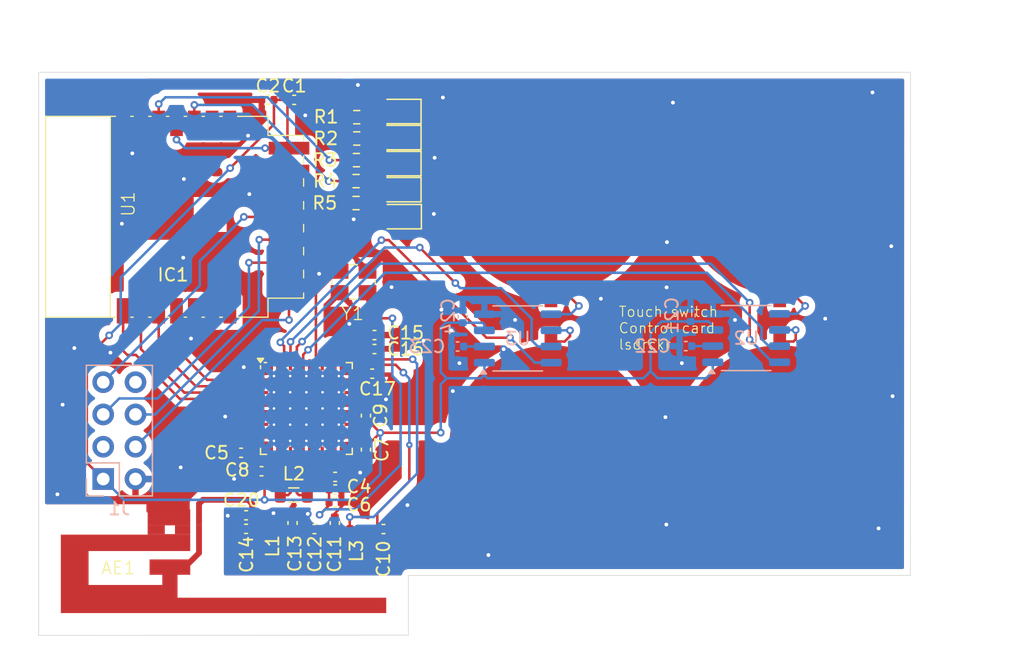
<source format=kicad_pcb>
(kicad_pcb (version 20240108) (generator "pcbnew") (generator_version "8.0")
  (layers (0 "F.Cu" signal) (31 "B.Cu" signal) (34 "B.Paste" user) (35 "F.Paste" user) (36 "B.SilkS" user "B.Silkscreen") (37 "F.SilkS" user "F.Silkscreen") (38 "B.Mask" user) (39 "F.Mask" user) (44 "Edge.Cuts" user))
  (net 0 "")
  (net 1 "VVD_F")
  (net 2 "GND")
  (net 3 "VVD1V2")
  (net 4 "VVD1V")
  (net 5 "3.3V")
  (net 6 "Net-(IC1-VANT)")
  (net 7 "ANT")
  (net 8 "Net-(C12-Pad2)")
  (net 9 "Reset")
  (net 10 "XC1")
  (net 11 "XC2")
  (net 19 "Net-(U2-VC)")
  (net 23 "Net-(U3-VC)")
  (net 24 "Net-(IC1-VDCDC)")
  (net 29 "OutSw2")
  (net 34 "OutSw3")
  (net 37 "Net-(IC1-VDCDC_SW)")
  (net 38 "CT2")
  (net 39 "CT3")
  (net 40 "CT1")
  (net 41 "CT4")
  (net 42 "OutLed2")
  (net 43 "In2")
  (net 45 "In1")
  (net 46 "In3")
  (net 47 "OutLed3")
  (net 48 "OutLed4")
  (net 50 "OutLed1")
  (net 52 "In4")
  (net 53 "Net STT")
  (net 59 "Net-(D1-A)")
  (net 60 "Net-(D2-A)")
  (net 61 "Net-(D3-A)")
  (net 62 "Net-(D4-A)")
  (net 63 "Net-(D5-A)")
  (net 64 "Net-(AE1-A)")
  (net 65 "OutSw4")
  (net 66 "OutSw1")
  (net 67 "Net-(J2-Pin_1)")
  (net 68 "Net-(J3-Pin_1)")
  (net 69 "Net-(J4-Pin_1)")
  (net 70 "Net-(J5-Pin_1)")
  (footprint "Capacitor_SMD:C_0402_1005Metric" (layer "F.Cu") (at 151.94 68.89)
    (property "Reference" "C16")
    (property "Value" "0,1u")
  )
  (footprint "Touch_Switch_Custom:BK7231N" (layer "F.Cu") (at 126.060823 66.38351 90)
    (property "Reference" "U1")
    (property "Value" "~")
  )
  (footprint "Capacitor_SMD:C_0402_1005Metric" (layer "F.Cu") (at 145.490823 82.57851 90)
    (property "Reference" "C13")
    (property "Value" "2p")
  )
  (footprint "Capacitor_SMD:C_0402_1005Metric" (layer "F.Cu") (at 151.265823 76.80351 -90)
    (property "Reference" "C7")
    (property "Value" "1u")
  )
  (footprint "LED_SMD:LED_0805_2012Metric" (layer "F.Cu") (at 153.941623 58.47531 180)
    (property "Reference" "D5" (hide yes))
    (property "Value" "LED")
  )
  (footprint "Capacitor_SMD:C_0402_1005Metric" (layer "F.Cu") (at 151.757323 70.82781)
    (property "Reference" "C17")
    (property "Value" "1u")
  )
  (footprint "Capacitor_SMD:C_0402_1005Metric" (layer "F.Cu") (at 147.215823 83.05351 180)
    (property "Reference" "C12")
    (property "Value" "220p")
  )
  (footprint "Inductor_SMD:L_0402_1005Metric" (layer "F.Cu") (at 143.915823 83.05351 180)
    (property "Reference" "L1")
    (property "Value" "3,3n")
  )
  (footprint "Capacitor_SMD:C_0402_1005Metric" (layer "F.Cu") (at 141.440823 77.05351 180)
    (property "Reference" "C5")
    (property "Value" "1u")
  )
  (footprint "Capacitor_SMD:C_0402_1005Metric" (layer "F.Cu") (at 152.640823 83.05351)
    (property "Reference" "C10")
    (property "Value" "18p")
  )
  (footprint "Package_DFN_QFN:QFN-48-1EP_7x7mm_P0.5mm_EP5.6x5.6mm_ThermalVias" (layer "F.Cu") (at 146.578323 73.56601)
    (property "Reference" "IC1")
    (property "Value" "TLSR8253F512ET48")
  )
  (footprint "Capacitor_SMD:C_0402_1005Metric" (layer "F.Cu") (at 141.835823 81.96991 180)
    (property "Reference" "C20")
    (property "Value" "0,5p")
  )
  (footprint "Touch_Switch_Custom:Touch Switch" (layer "F.Cu") (at 165.82 56.6)
    (property "Reference" "J4" (hide yes))
    (property "Value" "Conn_01x01_Pin")
  )
  (footprint "Resistor_SMD:R_0603_1608Metric" (layer "F.Cu") (at 150.490823 55.67631)
    (property "Reference" "R4")
    (property "Value" "R")
  )
  (footprint "Inductor_SMD:L_0805_2012Metric" (layer "F.Cu") (at 145.587723 80.37821 180)
    (property "Reference" "L2")
    (property "Value" "47u")
  )
  (footprint "Touch_Switch_Custom:Antenna" (layer "F.Cu") (at 138.340823 93.66351 180)
    (property "Reference" "AE1")
    (property "Value" "Antenna_Shield")
  )
  (footprint "Resistor_SMD:R_0603_1608Metric" (layer "F.Cu") (at 150.490823 57.40351)
    (property "Reference" "R5")
    (property "Value" "R")
  )
  (footprint "Capacitor_SMD:C_0402_1005Metric" (layer "F.Cu") (at 148.815823 82.57851 90)
    (property "Reference" "C11")
    (property "Value" "2,7p")
  )
  (footprint "LED_SMD:LED_0805_2012Metric" (layer "F.Cu") (at 153.916623 50.20031 180)
    (property "Reference" "D1" (hide yes))
    (property "Value" "LED")
  )
  (footprint "Touch_Switch_Custom:Touch Switch" (layer "F.Cu") (at 183.82 76.6 180)
    (property "Reference" "J3" (hide yes))
    (property "Value" "Conn_01x01_Pin")
  )
  (footprint "Touch_Switch_Custom:Crystal" (layer "F.Cu") (at 149.19 62.76)
    (property "Reference" "Y1")
    (property "Value" "Crystal_GND24")
  )
  (footprint "Capacitor_SMD:C_0402_1005Metric" (layer "F.Cu") (at 148.84 78.95)
    (property "Reference" "C3" (hide yes))
    (property "Value" "1u")
  )
  (footprint "Capacitor_SMD:C_0402_1005Metric" (layer "F.Cu") (at 151.265823 74.12851 90)
    (property "Reference" "C9")
    (property "Value" "1u")
  )
  (footprint "Resistor_SMD:R_0603_1608Metric" (layer "F.Cu") (at 150.541623 50.64711)
    (property "Reference" "R1")
    (property "Value" "R")
  )
  (footprint "LED_SMD:LED_0805_2012Metric" (layer "F.Cu") (at 153.916623 52.25031 180)
    (property "Reference" "D2" (hide yes))
    (property "Value" "LED")
  )
  (footprint "Touch_Switch_Custom:Touch Switch" (layer "F.Cu") (at 165.82 76.6 180)
    (property "Reference" "J5" (hide yes))
    (property "Value" "Conn_01x01_Pin")
  )
  (footprint "LED_SMD:LED_0805_2012Metric" (layer "F.Cu") (at 153.916623 54.30031 180)
    (property "Reference" "D3" (hide yes))
    (property "Value" "LED")
  )
  (footprint "Capacitor_SMD:C_0402_1005Metric" (layer "F.Cu") (at 141.835823 83.03711 180)
    (property "Reference" "C14")
    (property "Value" "1p")
  )
  (footprint "Capacitor_SMD:C_0402_1005Metric" (layer "F.Cu") (at 148.8426 80.9566)
    (property "Reference" "C6")
    (property "Value" "1u")
  )
  (footprint "Capacitor_SMD:C_0402_1005Metric" (layer "F.Cu") (at 148.8426 79.9406)
    (property "Reference" "C4")
    (property "Value" "0,1u")
  )
  (footprint "Capacitor_SMD:C_0402_1005Metric" (layer "F.Cu") (at 143.545823 49.28351 180)
    (property "Reference" "C2")
    (property "Value" "0,1u")
  )
  (footprint "Resistor_SMD:R_0603_1608Metric" (layer "F.Cu") (at 150.516223 54.02531)
    (property "Reference" "R3")
    (property "Value" "R")
  )
  (footprint "Touch_Switch_Custom:Touch Switch" (layer "F.Cu") (at 183.82 56.6)
    (property "Reference" "J2" (hide yes))
    (property "Value" "Conn_01x01_Pin")
  )
  (footprint "Capacitor_SMD:C_0402_1005Metric" (layer "F.Cu") (at 145.620823 49.28351)
    (property "Reference" "C1")
    (property "Value" "10u")
  )
  (footprint "Inductor_SMD:L_0402_1005Metric" (layer "F.Cu") (at 150.490823 83.05351 180)
    (property "Reference" "L3")
    (property "Value" "1,3n")
  )
  (footprint "Capacitor_SMD:C_0402_1005Metric" (layer "F.Cu") (at 151.94 67.79)
    (property "Reference" "C15")
    (property "Value" "2,2u")
  )
  (footprint "Capacitor_SMD:C_0402_1005Metric" (layer "F.Cu") (at 143.050823 78.50351 180)
    (property "Reference" "C8")
    (property "Value" "1u")
  )
  (footprint "LED_SMD:LED_0805_2012Metric" (layer "F.Cu") (at 153.916623 56.35031 180)
    (property "Reference" "D4" (hide yes))
    (property "Value" "LED")
  )
  (footprint "Resistor_SMD:R_0603_1608Metric" (layer "F.Cu") (at 150.541623 52.32351)
    (property "Reference" "R2")
    (property "Value" "R")
  )
  (footprint "Package_SO:SOP-8_3.9x4.9mm_P1.27mm" (layer "B.Cu") (at 181.18 68.025)
    (property "Reference" "U2")
    (property "Value" "~")
  )
  (footprint "Package_SO:SOP-8_3.9x4.9mm_P1.27mm" (layer "B.Cu") (at 163.21 68.055)
    (property "Reference" "U3")
    (property "Value" "~")
  )
  (footprint "Capacitor_SMD:C_0402_1005Metric" (layer "B.Cu") (at 176.425 68.66 180)
    (property "Reference" "C22")
    (property "Value" "0,01u")
  )
  (footprint "Capacitor_SMD:C_0402_1005Metric" (layer "B.Cu") (at 158.88 66.34 90)
    (property "Reference" "C24")
    (property "Value" "0,1u")
  )
  (footprint "Connector_PinHeader_2.54mm:PinHeader_2x04_P2.54mm_Vertical" (layer "B.Cu") (at 130.593406 79.117611)
    (property "Reference" "J1")
    (property "Value" "Conn_02x04_Counter_Clockwise" (hide yes))
  )
  (footprint "Capacitor_SMD:C_0402_1005Metric" (layer "B.Cu") (at 176.81 66.24 90)
    (property "Reference" "C21")
    (property "Value" "0,1u")
  )
  (footprint "Capacitor_SMD:C_0402_1005Metric" (layer "B.Cu") (at 158.475 68.69 180)
    (property "Reference" "C23")
    (property "Value" "0,01u")
  )
  (gr_poly (pts (xy 137.440823 82.27351) (xy 134.090823 82.27351) (xy 134.090823 81.50351) (xy 137.440823 81.50351)) (fill solid) (layer "F.Cu") (net 2))
  (gr_poly (pts (xy 125.515823 47.11351) (xy 125.515823 91.41851) (xy 154.6 91.4) (xy 154.6 86.7) (xy 194.1 86.7) (xy 194.110823 47.11351)) (stroke (width 0.05)) (fill none) (layer "Edge.Cuts"))
  (gr_text "Touch switch\nControl card\nlsdrckr" (at 171.1 69 0) (layer "F.SilkS") (effects (font (size 0.8 0.8) (thickness 0.08)) (justify left bottom)))
  (segment (start 146.828323 78.01601) (end 146.828323 77.00351) (width 0.2) (layer "F.Cu") (net 1))
  (segment (start 148.36 78.95) (end 147.762313 78.95) (width 0.2) (layer "F.Cu") (net 1))
  (segment (start 147.762313 78.95) (end 146.828323 78.01601) (width 0.2) (layer "F.Cu") (net 1))
  (segment (start 148.815823 82.09851) (end 148.815823 81.82851) (width 0.2) (layer "F.Cu") (net 2))
  (segment (start 145.210823 54.88351) (end 144.410823 54.88351) (width 0.2) (layer "F.Cu") (net 2))
  (segment (start 148.815823 81.82851) (end 149.400823 81.24351) (width 0.2) (layer "F.Cu") (net 2))
  (segment (start 149.010823 64.78531) (end 149.397623 64.78531) (width 0.2) (layer "F.Cu") (net 2))
  (segment (start 145.303323 71.01601) (end 146.578323 71.01601) (width 0.2) (layer "F.Cu") (net 2))
  (segment (start 146.578323 73.56601) (end 144.028323 73.56601) (width 0.2) (layer "F.Cu") (net 2))
  (segment (start 144.328323 77.00351) (end 144.328323 76.41601) (width 0.2) (layer "F.Cu") (net 2))
  (segment (start 143.24 76.31601) (end 143.29 76.26601) (width 0.2) (layer "F.Cu") (net 2))
  (segment (start 143.878323 76.26601) (end 146.578323 73.56601) (width 0.2) (layer "F.Cu") (net 2))
  (segment (start 144.410823 54.88351) (end 142.690823 56.60351) (width 0.2) (layer "F.Cu") (net 2))
  (segment (start 143.29 76.26601) (end 143.878323 76.26601) (width 0.2) (layer "F.Cu") (net 2))
  (segment (start 143.878323 76.26601) (end 144.028323 76.11601) (width 0.2) (layer "F.Cu") (net 2))
  (segment (start 143.140823 76.31601) (end 143.24 76.31601) (width 0.2) (layer "F.Cu") (net 2))
  (segment (start 147.853323 71.01601) (end 149.128323 71.01601) (width 0.2) (layer "F.Cu") (net 2))
  (segment (start 135.765823 82.51351) (end 135.780823 82.51351) (width 0.2) (layer "F.Cu") (net 2))
  (segment (start 144.328323 76.41601) (end 144.028323 76.11601) (width 0.2) (layer "F.Cu") (net 2))
  (segment (start 144.028323 71.01601) (end 145.303323 71.01601) (width 0.2) (layer "F.Cu") (net 2))
  (segment (start 146.578323 71.01601) (end 147.853323 71.01601) (width 0.2) (layer "F.Cu") (net 2))
  (segment (start 135.765823 82.51351) (end 135.765823 82.50851) (width 0.2) (layer "F.Cu") (net 2))
  (segment (start 144.328323 77.00351) (end 144.328323 75.81601) (width 0.2) (layer "F.Cu") (net 2))
  (segment (start 144.328323 75.81601) (end 146.578323 73.56601) (width 0.2) (layer "F.Cu") (net 2))
  (segment (start 151.265823 77.28351) (end 151.265823 77.354177) (width 0.2) (layer "F.Cu") (net 2))
  (via (at 146.490823 50.50351) (size 0.6) (drill 0.3) (layers "F.Cu" "B.Cu") (net 2))
  (via (at 156.61 58.26) (size 0.6) (drill 0.3) (layers "F.Cu" "B.Cu") (net 2))
  (via (at 141.990823 52.10351) (size 0.6) (drill 0.3) (layers "F.Cu" "B.Cu") (net 2))
  (via (at 163 66.6) (size 0.6) (drill 0.3) (layers "F.Cu" "B.Cu") (net 2))
  (via (at 150.630823 48.11351) (size 0.6) (drill 0.3) (layers "F.Cu" "B.Cu") (net 2))
  (via (at 192.7 72.6) (size 0.6) (drill 0.3) (layers "F.Cu" "B.Cu") (net 2))
  (via (at 140.890823 79.10351) (size 0.6) (drill 0.3) (layers "F.Cu" "B.Cu") (net 2))
  (via (at 141.650823 70.31351) (size 0.6) (drill 0.3) (layers "F.Cu" "B.Cu") (net 2))
  (via (at 128.320823 68.81351) (size 0.6) (drill 0.3) (layers "F.Cu" "B.Cu") (net 2))
  (via (at 154.53 81.17) (size 0.6) (drill 0.3) (layers "F.Cu" "B.Cu") (net 2))
  (via (at 187.4 66.5) (size 0.6) (drill 0.3) (layers "F.Cu" "B.Cu") (net 2))
  (via (at 192.6 60.8) (size 0.6) (drill 0.3) (layers "F.Cu" "B.Cu") (net 2))
  (via (at 174.95 60.48) (size 0.6) (drill 0.3) (layers "F.Cu" "B.Cu") (net 2))
  (via (at 136.940823 55.51351) (size 0.6) (drill 0.3) (layers "F.Cu" "B.Cu") (net 2))
  (via (at 146.69 81.86) (size 0.6) (drill 0.3) (layers "F.Cu" "B.Cu") (net 2))
  (via (at 158.1 72.2) (size 0.6) (drill 0.3) (layers "F.Cu" "B.Cu") (net 2))
  (via (at 143.990823 81.80351) (size 0.6) (drill 0.3) (layers "F.Cu" "B.Cu") (net 2))
  (via (at 157.99 67.43) (size 0.6) (drill 0.3) (layers "F.Cu" "B.Cu") (net 2))
  (via (at 140.390823 82.00351) (size 0.6) (drill 0.3) (layers "F.Cu" "B.Cu") (net 2))
  (via (at 180.3 66.6) (size 0.6) (drill 0.3) (layers "F.Cu" "B.Cu") (net 2))
  (via (at 191.6 83) (size 0.6) (drill 0.3) (layers "F.Cu" "B.Cu") (net 2))
  (via (at 174.83 74.25) (size 0.6) (drill 0.3) (layers "F.Cu" "B.Cu") (net 2))
  (via (at 152.84 72.85) (size 0.6) (drill 0.3) (layers "F.Cu" "B.Cu") (net 2))
  (via (at 174.92 64.04) (size 0.6) (drill 0.3) (layers "F.Cu" "B.Cu") (net 2))
  (via (at 142.090823 56.70351) (size 0.6) (drill 0.3) (layers "F.Cu" "B.Cu") (net 2))
  (via (at 157.32 49.1) (size 0.6) (drill 0.3) (layers "F.Cu" "B.Cu") (net 2))
  (via (at 157.2 65.8) (size 0.6) (drill 0.3) (layers "F.Cu" "B.Cu") (net 2))
  (via (at 153.28 64.02) (size 0.6) (drill 0.3) (layers "F.Cu" "B.Cu") (net 2))
  (via (at 132.880823 53.49351) (size 0.6) (drill 0.3) (layers "F.Cu" "B.Cu") (net 2))
  (via (at 126.99 80.32) (size 0.6) (drill 0.3) (layers "F.Cu" "B.Cu") (net 2))
  (via (at 174.9 82.7) (size 0.6) (drill 0.3) (layers "F.Cu" "B.Cu") (net 2))
  (via (at 136.690823 78.20351) (size 0.6) (drill 0.3) (layers "F.Cu" "B.Cu") (net 2))
  (via (at 176.12 70) (size 0.6) (drill 0.3) (layers "F.Cu" "B.Cu") (net 2))
  (via (at 162.1 68.9) (size 0.6) (drill 0.3) (layers "F.Cu" "B.Cu") (net 2))
  (via (at 150.81 78.61) (size 0.6) (drill 0.3) (layers "F.Cu" "B.Cu") (net 2))
  (via (at 158.62 70) (size 0.6) (drill 0.3) (layers "F.Cu" "B.Cu") (net 2))
  (via (at 150.3 58.68) (size 0.6) (drill 0.3) (layers "F.Cu" "B.Cu") (net 2))
  (via (at 132.060823 59.03351) (size 0.6) (drill 0.3) (layers "F.Cu" "B.Cu") (net 2))
  (via (at 155.79 68.23) (size 0.6) (drill 0.3) (layers "F.Cu" "B.Cu") (net 2))
  (via (at 137.500823 68.06351) (size 0.6) (drill 0.3) (layers "F.Cu" "B.Cu") (net 2))
  (via (at 131.160823 69.17351) (size 0.6) (drill 0.3) (layers "F.Cu" "B.Cu") (net 2))
  (via (at 191.12 48.7) (size 0.6) (drill 0.3) (layers "F.Cu" "B.Cu") (net 2))
  (via (at 169.75 64.93) (size 0.6) (drill 0.3) (layers "F.Cu" "B.Cu") (net 2))
  (via (at 147.58 62.97) (size 0.6) (drill 0.3) (layers "F.Cu" "B.Cu") (net 2))
  (via (at 149.96 66.91) (size 0.6) (drill 0.3) (layers "F.Cu" "B.Cu") (net 2))
  (via (at 136.890823 61.70351) (size 0.6) (drill 0.3) (layers "F.Cu" "B.Cu") (net 2))
  (via (at 127.4 73.27) (size 0.6) (drill 0.3) (layers "F.Cu" "B.Cu") (net 2))
  (via (at 156.67 53.84) (size 0.6) (drill 0.3) (layers "F.Cu" "B.Cu") (net 2))
  (via (at 140.190823 74.20351) (size 0.6) (drill 0.3) (layers "F.Cu" "B.Cu") (net 2))
  (via (at 160.9 85.1) (size 0.6) (drill 0.3) (layers "F.Cu" "B.Cu") (net 2))
  (via (at 175.42 49.5) (size 0.6) (drill 0.3) (layers "F.Cu" "B.Cu") (net 2))
  (segment (start 145.303323 72.29101) (end 144.028323 72.29101) (width 0.2) (layer "B.Cu") (net 2))
  (segment (start 144.028323 73.56601) (end 145.303323 73.56601) (width 0.2) (layer "B.Cu") (net 2))
  (segment (start 147.853323 76.11601) (end 146.578323 76.11601) (width 0.2) (layer "B.Cu") (net 2))
  (segment (start 149.128323 71.01601) (end 149.128323 72.29101) (width 0.2) (layer "B.Cu") (net 2))
  (segment (start 147.853323 74.84101) (end 146.578323 74.84101) (width 0.2) (layer "B.Cu") (net 2))
  (segment (start 146.578323 73.56601) (end 146.578323 72.29101) (width 0.2) (layer "B.Cu") (net 2))
  (segment (start 147.853323 73.56601) (end 147.853323 74.84101) (width 0.2) (layer "B.Cu") (net 2))
  (segment (start 145.303323 74.84101) (end 145.303323 76.11601) (width 0.2) (layer "B.Cu") (net 2))
  (segment (start 146.578323 72.29101) (end 145.303323 72.29101) (width 0.2) (layer "B.Cu") (net 2))
  (segment (start 146.578323 74.84101) (end 146.578323 76.11601) (width 0.2) (layer "B.Cu") (net 2))
  (segment (start 144.028323 72.29101) (end 144.028323 71.01601) (width 0.2) (layer "B.Cu") (net 2))
  (segment (start 149.128323 76.11601) (end 147.853323 76.11601) (width 0.2) (layer "B.Cu") (net 2))
  (segment (start 144.028323 74.84101) (end 144.028323 73.56601) (width 0.2) (layer "B.Cu") (net 2))
  (segment (start 145.303323 71.01601) (end 145.303323 72.29101) (width 0.2) (layer "B.Cu") (net 2))
  (segment (start 147.853323 73.56601) (end 149.128323 73.56601) (width 0.2) (layer "B.Cu") (net 2))
  (segment (start 146.578323 76.11601) (end 145.303323 76.11601) (width 0.2) (layer "B.Cu") (net 2))
  (segment (start 147.853323 71.01601) (end 147.853323 72.29101) (width 0.2) (layer "B.Cu") (net 2))
  (segment (start 149.128323 72.29101) (end 147.853323 72.29101) (width 0.2) (layer "B.Cu") (net 2))
  (segment (start 149.128323 74.84101) (end 149.128323 76.11601) (width 0.2) (layer "B.Cu") (net 2))
  (segment (start 147.853323 72.29101) (end 146.578323 72.29101) (width 0.2) (layer "B.Cu") (net 2))
  (segment (start 144.028323 76.11601) (end 144.028323 74.84101) (width 0.2) (layer "B.Cu") (net 2))
  (segment (start 145.303323 74.84101) (end 144.028323 74.84101) (width 0.2) (layer "B.Cu") (net 2))
  (segment (start 146.578323 72.29101) (end 146.578323 71.01601) (width 0.2) (layer "B.Cu") (net 2))
  (segment (start 145.303323 73.56601) (end 146.578323 73.56601) (width 0.2) (layer "B.Cu") (net 2))
  (segment (start 147.853323 72.29101) (end 147.853323 73.56601) (width 0.2) (layer "B.Cu") (net 2))
  (segment (start 146.578323 73.56601) (end 147.853323 73.56601) (width 0.2) (layer "B.Cu") (net 2))
  (segment (start 145.303323 73.56601) (end 145.303323 74.84101) (width 0.2) (layer "B.Cu") (net 2))
  (segment (start 146.578323 73.56601) (end 146.578323 74.84101) (width 0.2) (layer "B.Cu") (net 2))
  (segment (start 149.128323 74.84101) (end 147.853323 74.84101) (width 0.2) (layer "B.Cu") (net 2))
  (segment (start 145.303323 72.29101) (end 145.303323 73.56601) (width 0.2) (layer "B.Cu") (net 2))
  (segment (start 147.853323 74.84101) (end 147.853323 76.11601) (width 0.2) (layer "B.Cu") (net 2))
  (segment (start 146.578323 74.84101) (end 145.303323 74.84101) (width 0.2) (layer "B.Cu") (net 2))
  (segment (start 149.128323 73.56601) (end 149.128323 74.84101) (width 0.2) (layer "B.Cu") (net 2))
  (segment (start 145.303323 76.11601) (end 144.028323 76.11601) (width 0.2) (layer "B.Cu") (net 2))
  (segment (start 149.128323 72.29101) (end 149.128323 73.56601) (width 0.2) (layer "B.Cu") (net 2))
  (segment (start 144.028323 73.56601) (end 144.028323 72.29101) (width 0.2) (layer "B.Cu") (net 2))
  (segment (start 148.3626 81.1874) (end 148.3626 80.9566) (width 0.2) (layer "F.Cu") (net 3))
  (segment (start 148.3626 79.9406) (end 147.9006 79.9406) (width 0.2) (layer "F.Cu") (net 3))
  (segment (start 152.18 66.47) (end 151.46 67.19) (width 0.2) (layer "F.Cu") (net 3))
  (segment (start 147.9006 79.9406) (end 146.328323 78.368323) (width 0.2) (layer "F.Cu") (net 3))
  (segment (start 147.62 81.93) (end 148.3626 81.1874) (width 0.2) (layer "F.Cu") (net 3))
  (segment (start 146.328323 78.368323) (end 146.328323 77.00351) (width 0.2) (layer "F.Cu") (net 3))
  (segment (start 148.629333 68.89) (end 148.328323 69.19101) (width 0.2) (layer "F.Cu") (net 3))
  (segment (start 148.3626 80.9566) (end 148.3626 79.9406) (width 0.2) (layer "F.Cu") (net 3))
  (segment (start 148.328323 69.19101) (end 148.328323 70.12851) (width 0.2) (layer "F.Cu") (net 3))
  (segment (start 153.35 66.47) (end 152.18 66.47) (width 0.2) (layer "F.Cu") (net 3))
  (segment (start 151.46 68.89) (end 148.629333 68.89) (width 0.2) (layer "F.Cu") (net 3))
  (segment (start 151.46 67.79) (end 151.46 68.89) (width 0.2) (layer "F.Cu") (net 3))
  (segment (start 151.46 67.19) (end 151.46 67.79) (width 0.2) (layer "F.Cu") (net 3))
  (via (at 147.62 81.93) (size 0.6) (drill 0.3) (layers "F.Cu" "B.Cu") (net 3))
  (via (at 153.35 66.47) (size 0.6) (drill 0.3) (layers "F.Cu" "B.Cu") (net 3))
  (segment (start 153.99 78) (end 150.49 81.5) (width 0.2) (layer "B.Cu") (net 3))
  (segment (start 148.05 81.5) (end 147.62 81.93) (width 0.2) (layer "B.Cu") (net 3))
  (segment (start 153.34 71.002687) (end 153.99 71.652687) (width 0.2) (layer "B.Cu") (net 3))
  (segment (start 150.49 81.5) (end 148.05 81.5) (width 0.2) (layer "B.Cu") (net 3))
  (segment (start 153.99 71.652687) (end 153.99 78) (width 0.2) (layer "B.Cu") (net 3))
  (segment (start 153.35 66.47) (end 153.34 66.48) (width 0.2) (layer "B.Cu") (net 3))
  (segment (start 153.34 66.48) (end 153.34 71.002687) (width 0.2) (layer "B.Cu") (net 3))
  (segment (start 141.952223 77.02211) (end 143.809723 77.02211) (width 0.2) (layer "F.Cu") (net 4))
  (segment (start 141.920823 77.05351) (end 141.952223 77.02211) (width 0.2) (layer "F.Cu") (net 4))
  (segment (start 145.210823 53.08351) (end 145.090823 52.96351) (width 0.2) (layer "F.Cu") (net 5))
  (segment (start 145.090823 52.96351) (end 145.090823 49.33351) (width 0.2) (layer "F.Cu") (net 5))
  (segment (start 129.300823 69.57351) (end 129.300823 77.825028) (width 0.2) (layer "F.Cu") (net 5))
  (segment (start 143.530823 78.50351) (end 144.590823 78.50351) (width 0.2) (layer "F.Cu") (net 5))
  (segment (start 151.520823 74.60851) (end 151.265823 74.60851) (width 0.2) (layer "F.Cu") (net 5))
  (segment (start 145.210823 53.08351) (end 143.330823 53.08351) (width 0.2) (layer "F.Cu") (net 5))
  (segment (start 151.128323 75.81601) (end 150.015823 75.81601) (width 0.2) (layer "F.Cu") (net 5))
  (segment (start 145.090823 49.33351) (end 145.140823 49.28351) (width 0.2) (layer "F.Cu") (net 5))
  (segment (start 143.290823 80.75351) (end 143.290823 79.87851) (width 0.2) (layer "F.Cu") (net 5))
  (segment (start 144.590823 78.50351) (end 144.828323 78.26601) (width 0.2) (layer "F.Cu") (net 5))
  (segment (start 151.265823 74.60851) (end 151.265823 75.12851) (width 0.2) (layer "F.Cu") (net 5))
  (segment (start 131.060823 67.81351) (end 129.300823 69.57351) (width 0.2) (layer "F.Cu") (net 5))
  (segment (start 157.14149 75.47851) (end 152.390823 75.47851) (width 0.2) (layer "F.Cu") (net 5))
  (segment (start 151.545823 76.32351) (end 151.265823 76.32351) (width 0.2) (layer "F.Cu") (net 5))
  (segment (start 145.140823 49.28351) (end 144.025823 49.28351) (width 0.2) (layer "F.Cu") (net 5))
  (segment (start 144.025823 51.20851) (end 144.025823 49.28351) (width 0.2) (layer "F.Cu") (net 5))
  (segment (start 129.300823 77.825028) (end 130.593406 79.117611) (width 0.2) (layer "F.Cu") (net 5))
  (segment (start 152.390823 75.47851) (end 151.520823 74.60851) (width 0.2) (layer "F.Cu") (net 5))
  (segment (start 151.265823 75.12851) (end 151.078323 75.31601) (width 0.2) (layer "F.Cu") (net 5))
  (segment (start 157.15 75.47) (end 157.14149 75.47851) (width 0.2) (layer "F.Cu") (net 5))
  (segment (start 152.390823 75.47851) (end 151.545823 76.32351) (width 0.2) (layer "F.Cu") (net 5))
  (segment (start 144.828323 78.26601) (end 144.828323 77.00351) (width 0.2) (layer "F.Cu") (net 5))
  (segment (start 136.360823 52.41351) (end 136.360823 51.13351) (width 0.2) (layer "F.Cu") (net 5))
  (segment (start 151.265823 76.32351) (end 151.265823 75.95351) (width 0.2) (layer "F.Cu") (net 5))
  (segment (start 151.078323 75.31601) (end 150.015823 75.31601) (width 0.2) (layer "F.Cu") (net 5))
  (segment (start 140.580823 54.65351) (end 144.025823 51.20851) (width 0.2) (layer "F.Cu") (net 5))
  (segment (start 143.530823 79.63851) (end 143.530823 78.50351) (width 0.2) (layer "F.Cu") (net 5))
  (segment (start 151.265823 75.95351) (end 151.128323 75.81601) (width 0.2) (layer "F.Cu") (net 5))
  (segment (start 143.290823 79.87851) (end 143.530823 79.63851) (width 0.2) (layer "F.Cu") (net 5))
  (via (at 143.330823 53.08351) (size 0.6) (drill 0.3) (layers "F.Cu" "B.Cu") (net 5))
  (via (at 143.290823 80.75351) (size 0.6) (drill 0.3) (layers "F.Cu" "B.Cu") (net 5))
  (via (at 136.360823 52.41351) (size 0.6) (drill 0.3) (layers "F.Cu" "B.Cu") (net 5))
  (via (at 157.15 75.47) (size 0.6) (drill 0.3) (layers "F.Cu" "B.Cu") (net 5))
  (via (at 131.060823 67.81351) (size 0.6) (drill 0.3) (layers "F.Cu" "B.Cu") (net 5))
  (via (at 152.390823 75.47851) (size 0.6) (drill 0.3) (layers "F.Cu" "B.Cu") (net 5))
  (via (at 140.580823 54.65351) (size 0.6) (drill 0.3) (layers "F.Cu" "B.Cu") (net 5))
  (segment (start 158.88 66.82) (end 160.44 66.82) (width 0.2) (layer "B.Cu") (net 5))
  (segment (start 157.15 70.719332) (end 157.620668 71.19) (width 0.2) (layer "B.Cu") (net 5))
  (segment (start 157.620668 71.19) (end 160.32 71.19) (width 0.2) (layer "B.Cu") (net 5))
  (segment (start 158.88 66.82) (end 157.53 66.82) (width 0.2) (layer "B.Cu") (net 5))
  (segment (start 140.580823 54.65351) (end 131.970823 63.26351) (width 0.2) (layer "B.Cu") (net 5))
  (segment (start 143.265823 80.75351) (end 143.290823 80.75351) (width 0.2) (layer "B.Cu") (net 5))
  (segment (start 173.66 70.63) (end 173.66 67.58) (width 0.2) (layer "B.Cu") (net 5))
  (segment (start 174.22 71.19) (end 178.03 71.19) (width 0.2) (layer "B.Cu") (net 5))
  (segment (start 178.03 71.19) (end 178.555 70.665) (width 0.2) (layer "B.Cu") (net 5))
  (segment (start 173.66 67.58) (end 174.52 66.72) (width 0.2) (layer "B.Cu") (net 5))
  (segment (start 143.265823 80.75351) (end 132.229305 80.75351) (width 0.2) (layer "B.Cu") (net 5))
  (segment (start 137.030823 53.08351) (end 136.360823 52.41351) (width 0.2) (layer "B.Cu") (net 5))
  (segment (start 160.585 69.96) (end 160.585 70.925) (width 0.2) (layer "B.Cu") (net 5))
  (segment (start 131.970823 66.90351) (end 131.060823 67.81351) (width 0.2) (layer "B.Cu") (net 5))
  (segment (start 157.15 67.2) (end 157.15 69.57) (width 0.2) (layer "B.Cu") (net 5))
  (segment (start 152.390823 78.739177) (end 150.37649 80.75351) (width 0.2) (layer "B.Cu") (net 5))
  (segment (start 173.66 70.63) (end 173.1 71.19) (width 0.2) (layer "B.Cu") (net 5))
  (segment (start 131.970823 63.26351) (end 131.970823 66.90351) (width 0.2) (layer "B.Cu") (net 5))
  (segment (start 160.585 70.955) (end 160.585 70.925) (width 0.2) (layer "B.Cu") (net 5))
  (segment (start 173.66 70.63) (end 174.22 71.19) (width 0.2) (layer "B.Cu") (net 5))
  (segment (start 150.37649 80.75351) (end 143.265823 80.75351) (width 0.2) (layer "B.Cu") (net 5))
  (segment (start 178.555 70.665) (end 178.555 69.93) (width 0.2) (layer "B.Cu") (net 5))
  (segment (start 157.53 66.82) (end 157.15 67.2) (width 0.2) (layer "B.Cu") (net 5))
  (segment (start 178.21 66.72) (end 176.81 66.72) (width 0.2) (layer "B.Cu") (net 5))
  (segment (start 143.330823 53.08351) (end 137.030823 53.08351) (width 0.2) (layer "B.Cu") (net 5))
  (segment (start 160.82 71.19) (end 160.585 70.955) (width 0.2) (layer "B.Cu") (net 5))
  (segment (start 173.1 71.19) (end 160.82 71.19) (width 0.2) (layer "B.Cu") (net 5))
  (segment (start 157.15 75.47) (end 157.15 71.660668) (width 0.2) (layer "B.Cu") (net 5))
  (segment (start 160.44 66.82) (end 160.585 66.965) (width 0.2) (layer "B.Cu") (net 5))
  (segment (start 178.555 67.39) (end 178.555 67.065) (width 0.2) (layer "B.Cu") (net 5))
  (segment (start 157.15 70.719332) (end 157.15 69.57) (width 0.2) (layer "B.Cu") (net 5))
  (segment (start 160.585 66.965) (end 160.585 67.42) (width 0.2) (layer "B.Cu") (net 5))
  (segment (start 174.52 66.72) (end 176.81 66.72) (width 0.2) (layer "B.Cu") (net 5))
  (segment (start 152.390823 75.47851) (end 152.390823 78.739177) (width 0.2) (layer "B.Cu") (net 5))
  (segment (start 178.555 67.065) (end 178.21 66.72) (width 0.2) (layer "B.Cu") (net 5))
  (segment (start 132.229305 80.75351) (end 130.593406 79.117611) (width 0.2) (layer "B.Cu") (net 5))
  (segment (start 157.15 71.660668) (end 157.620668 71.19) (width 0.2) (layer "B.Cu") (net 5))
  (segment (start 160.585 70.925) (end 160.32 71.19) (width 0.2) (layer "B.Cu") (net 5))
  (segment (start 149.328323 70.12851) (end 153.59851 70.12851) (width 0.2) (layer "F.Cu") (net 6))
  (segment (start 154.68 79.294333) (end 154.68 76.43) (width 0.2) (layer "F.Cu") (net 6))
  (segment (start 153.59851 70.12851) (end 154.21 70.74) (width 0.2) (layer "F.Cu") (net 6))
  (segment (start 152.160823 83.05351) (end 150.975823 83.05351) (width 0.2) (layer "F.Cu") (net 6))
  (segment (start 152.160823 81.81351) (end 154.68 79.294333) (width 0.2) (layer "F.Cu") (net 6))
  (segment (start 152.160823 83.05351) (end 152.160823 81.81351) (width 0.2) (layer "F.Cu") (net 6))
  (via (at 154.68 76.43) (size 0.5) (drill 0.2) (layers "F.Cu" "B.Cu") (net 6))
  (via (at 154.21 70.74) (size 0.6) (drill 0.3) (layers "F.Cu" "B.Cu") (net 6))
  (segment (start 154.68 71.21) (end 154.21 70.74) (width 0.2) (layer "B.Cu") (net 6))
  (segment (start 154.68 76.43) (end 154.68 71.21) (width 0.2) (layer "B.Cu") (net 6))
  (segment (start 149.990823 83.03851) (end 150.005823 83.05351) (width 0.2) (layer "F.Cu") (net 7))
  (segment (start 149.08631 69.30351) (end 148.828323 69.561497) (width 0.2) (layer "F.Cu") (net 7))
  (segment (start 154.930382 69.70351) (end 150.090823 69.70351) (width 0.2) (layer "F.Cu") (net 7))
  (segment (start 148.820823 83.05351) (end 148.815823 83.05851) (width 0.2) (layer "F.Cu") (net 7))
  (segment (start 147.700823 83.05851) (end 147.695823 83.05351) (width 0.2) (layer "F.Cu") (net 7))
  (segment (start 148.828323 69.561497) (end 148.828323 70.12851) (width 0.2) (layer "F.Cu") (net 7))
  (segment (start 149.990823 82.10351) (end 149.990823 83.03851) (width 0.2) (layer "F.Cu") (net 7))
  (segment (start 150.005823 83.05351) (end 148.820823 83.05351) (width 0.2) (layer "F.Cu") (net 7))
  (segment (start 148.815823 83.05851) (end 147.700823 83.05851) (width 0.2) (layer "F.Cu") (net 7))
  (segment (start 149.690823 69.30351) (end 149.08631 69.30351) (width 0.2) (layer "F.Cu") (net 7))
  (segment (start 150.090823 69.70351) (end 149.690823 69.30351) (width 0.2) (layer "F.Cu") (net 7))
  (segment (start 154.939744 69.694148) (end 154.930382 69.70351) (width 0.2) (layer "F.Cu") (net 7))
  (via (at 149.990823 82.10351) (size 0.6) (drill 0.3) (layers "F.Cu" "B.Cu") (net 7))
  (via (at 154.939744 69.694148) (size 0.6) (drill 0.3) (layers "F.Cu" "B.Cu") (net 7))
  (segment (start 151.870823 82.10351) (end 149.990823 82.10351) (width 0.2) (layer "B.Cu") (net 7))
  (segment (start 155.290823 70.045227) (end 155.290823 78.68351) (width 0.2) (layer "B.Cu") (net 7))
  (segment (start 154.939744 69.694148) (end 155.290823 70.045227) (width 0.2) (layer "B.Cu") (net 7))
  (segment (start 155.290823 78.68351) (end 151.870823 82.10351) (width 0.2) (layer "B.Cu") (net 7))
  (segment (start 146.735823 83.05351) (end 145.495823 83.05351) (width 0.46) (layer "F.Cu") (net 8))
  (segment (start 145.495823 83.05351) (end 145.490823 83.05851) (width 0.46) (layer "F.Cu") (net 8))
  (segment (start 144.405823 83.05851) (end 144.400823 83.05351) (width 0.46) (layer "F.Cu") (net 8))
  (segment (start 145.490823 83.05851) (end 144.405823 83.05851) (width 0.46) (layer "F.Cu") (net 8))
  (segment (start 151.277323 70.82781) (end 150.027623 70.82781) (width 0.2) (layer "F.Cu") (net 9))
  (segment (start 149.67149 68.47851) (end 148.475137 68.47851) (width 0.2) (layer "F.Cu") (net 10))
  (segment (start 151.06 67.09) (end 149.67149 68.47851) (width 0.2) (layer "F.Cu") (net 10))
  (segment (start 151.39 64.46) (end 151.39 66.694314) (width 0.2) (layer "F.Cu") (net 10))
  (segment (start 147.828323 69.125324) (end 147.828323 70.12851) (width 0.2) (layer "F.Cu") (net 10))
  (segment (start 151.06 67.024314) (end 151.06 67.09) (width 0.2) (layer "F.Cu") (net 10))
  (segment (start 151.39 66.694314) (end 151.06 67.024314) (width 0.2) (layer "F.Cu") (net 10))
  (segment (start 148.475137 68.47851) (end 147.828323 69.125324) (width 0.2) (layer "F.Cu") (net 10))
  (segment (start 149.09 62.76) (end 147.328323 64.521677) (width 0.2) (layer "F.Cu") (net 11))
  (segment (start 147.328323 64.521677) (end 147.328323 70.12851) (width 0.2) (layer "F.Cu") (net 11))
  (segment (start 149.19 62.76) (end 149.09 62.76) (width 0.2) (layer "F.Cu") (net 11))
  (segment (start 178.555 68.66) (end 176.905 68.66) (width 0.2) (layer "B.Cu") (net 19))
  (segment (start 158.955 68.69) (end 160.585 68.69) (width 0.2) (layer "B.Cu") (net 23))
  (segment (start 145.990523 80.37821) (end 145.828323 80.21601) (width 0.2) (layer "F.Cu") (net 24))
  (segment (start 146.650223 80.37821) (end 145.990523 80.37821) (width 0.2) (layer "F.Cu") (net 24))
  (segment (start 145.828323 80.21601) (end 145.828323 77.00351) (width 0.2) (layer "F.Cu") (net 24))
  (segment (start 181.458529 65.241471) (end 181.458529 68.141471) (width 0.2) (layer "F.Cu") (net 29))
  (segment (start 145.828323 68.714738) (end 146.241606 68.301455) (width 0.2) (layer "F.Cu") (net 29))
  (segment (start 145.828323 70.12851) (end 145.828323 68.714738) (width 0.2) (layer "F.Cu") (net 29))
  (via (at 181.458529 68.141471) (size 0.6) (drill 0.3) (layers "F.Cu" "B.Cu") (net 29))
  (via (at 146.241606 68.301455) (size 0.6) (drill 0.3) (layers "F.Cu" "B.Cu") (net 29))
  (via (at 181.458529 65.241471) (size 0.6) (drill 0.3) (layers "F.Cu" "B.Cu") (net 29))
  (segment (start 183.247058 69.93) (end 183.805 69.93) (width 0.2) (layer "B.Cu") (net 29))
  (segment (start 178.387058 62.17) (end 152.373061 62.17) (width 0.2) (layer "B.Cu") (net 29))
  (segment (start 181.458529 68.141471) (end 183.247058 69.93) (width 0.2) (layer "B.Cu") (net 29))
  (segment (start 152.373061 62.17) (end 146.241606 68.301455) (width 0.2) (layer "B.Cu") (net 29))
  (segment (start 181.458529 65.241471) (end 178.387058 62.17) (width 0.2) (layer "B.Cu") (net 29))
  (segment (start 145.328323 70.12851) (end 145.328323 68.321677) (width 0.2) (layer "F.Cu") (net 34))
  (segment (start 158.298245 63.701755) (end 155.5 60.90351) (width 0.2) (layer "F.Cu") (net 34))
  (segment (start 145.328323 68.321677) (end 145.33 68.32) (width 0.2) (layer "F.Cu") (net 34))
  (via (at 158.298245 63.701755) (size 0.6) (drill 0.3) (layers "F.Cu" "B.Cu") (net 34))
  (via (at 145.33 68.32) (size 0.6) (drill 0.3) (layers "F.Cu" "B.Cu") (net 34))
  (via (at 155.5 60.90351) (size 0.6) (drill 0.3) (layers "F.Cu" "B.Cu") (net 34))
  (segment (start 152.74649 60.90351) (end 145.33 68.32) (width 0.2) (layer "B.Cu") (net 34))
  (segment (start 161.9 64.1) (end 164.3 66.5) (width 0.2) (layer "B.Cu") (net 34))
  (segment (start 164.3 68.2) (end 164.79 68.69) (width 0.2) (layer "B.Cu") (net 34))
  (segment (start 164.79 68.69) (end 165.835 68.69) (width 0.2) (layer "B.Cu") (net 34))
  (segment (start 158.69649 64.1) (end 161.9 64.1) (width 0.2) (layer "B.Cu") (net 34))
  (segment (start 164.3 66.5) (end 164.3 68.2) (width 0.2) (layer "B.Cu") (net 34))
  (segment (start 158.298245 63.701755) (end 158.69649 64.1) (width 0.2) (layer "B.Cu") (net 34))
  (segment (start 155.5 60.90351) (end 152.74649 60.90351) (width 0.2) (layer "B.Cu") (net 34))
  (segment (start 144.525223 80.37821) (end 145.141123 80.37821) (width 0.2) (layer "F.Cu") (net 37))
  (segment (start 145.141123 80.37821) (end 145.328323 80.19101) (width 0.2) (layer "F.Cu") (net 37))
  (segment (start 145.328323 80.19101) (end 145.328323 77.00351) (width 0.2) (layer "F.Cu") (net 37))
  (segment (start 142.060823 62.09351) (end 145.200823 62.09351) (width 0.2) (layer "F.Cu") (net 38))
  (segment (start 145.200823 62.09351) (end 145.210823 62.08351) (width 0.2) (layer "F.Cu") (net 38))
  (via (at 142.060823 62.09351) (size 0.6) (drill 0.3) (layers "F.Cu" "B.Cu") (net 38))
  (segment (start 131.852507 72.77851) (end 130.593406 74.037611) (width 0.2) (layer "B.Cu") (net 38))
  (segment (start 130.593406 74.037611) (end 130.629305 74.07351) (width 0.2) (layer "B.Cu") (net 38))
  (segment (start 134.865823 72.77851) (end 131.852507 72.77851) (width 0.2) (layer "B.Cu") (net 38))
  (segment (start 142.060823 62.09351) (end 142.060823 65.58351) (width 0.2) (layer "B.Cu") (net 38))
  (segment (start 142.060823 65.58351) (end 134.865823 72.77851) (width 0.2) (layer "B.Cu") (net 38))
  (segment (start 130.629305 74.07351) (end 130.950823 74.07351) (width 0.2) (layer "B.Cu") (net 38))
  (segment (start 142.870823 60.28351) (end 145.210823 60.28351) (width 0.2) (layer "F.Cu") (net 39))
  (via (at 142.870823 60.28351) (size 0.6) (drill 0.3) (layers "F.Cu" "B.Cu") (net 39))
  (segment (start 142.840823 60.31351) (end 142.840823 65.88351) (width 0.2) (layer "B.Cu") (net 39))
  (segment (start 133.133406 74.037611) (end 133.169305 74.07351) (width 0.2) (layer "B.Cu") (net 39))
  (segment (start 142.840823 65.88351) (end 134.686722 74.037611) (width 0.2) (layer "B.Cu") (net 39))
  (segment (start 142.870823 60.28351) (end 142.840823 60.31351) (width 0.2) (layer "B.Cu") (net 39))
  (segment (start 134.686722 74.037611) (end 133.133406 74.037611) (width 0.2) (layer "B.Cu") (net 39))
  (segment (start 133.169305 74.07351) (end 133.490823 74.07351) (width 0.2) (layer "B.Cu") (net 39))
  (segment (start 145.210823 66.60851) (end 145.210823 63.88351) (width 0.2) (layer "F.Cu") (net 40))
  (via (at 145.210823 66.60851) (size 0.6) (drill 0.3) (layers "F.Cu" "B.Cu") (net 40))
  (segment (start 143.102507 66.60851) (end 133.490823 76.220194) (width 0.2) (layer "B.Cu") (net 40))
  (segment (start 145.210823 66.60851) (end 143.102507 66.60851) (width 0.2) (layer "B.Cu") (net 40))
  (segment (start 133.490823 76.220194) (end 133.490823 76.61351) (width 0.2) (layer "B.Cu") (net 40))
  (segment (start 141.660823 58.49351) (end 145.200823 58.49351) (width 0.2) (layer "F.Cu") (net 41))
  (segment (start 145.200823 58.49351) (end 145.210823 58.48351) (width 0.2) (layer "F.Cu") (net 41))
  (via (at 141.660823 58.49351) (size 0.6) (drill 0.3) (layers "F.Cu" "B.Cu") (net 41))
  (segment (start 138.190823 63.900194) (end 130.950823 71.140194) (width 0.2) (layer "B.Cu") (net 41))
  (segment (start 138.190823 61.96351) (end 138.190823 63.900194) (width 0.2) (layer "B.Cu") (net 41))
  (segment (start 141.660823 58.49351) (end 138.190823 61.96351) (width 0.2) (layer "B.Cu") (net 41))
  (segment (start 130.950823 71.140194) (end 130.950823 71.53351) (width 0.2) (layer "B.Cu") (net 41))
  (segment (start 148.780823 52.10351) (end 148.780823 48.32351) (width 0.2) (layer "F.Cu") (net 42))
  (segment (start 135.170823 48.11351) (end 133.560823 49.72351) (width 0.2) (layer "F.Cu") (net 42))
  (segment (start 133.560823 49.72351) (end 133.560823 51.13351) (width 0.2) (layer "F.Cu") (net 42))
  (segment (start 148.570823 48.11351) (end 135.170823 48.11351) (width 0.2) (layer "F.Cu") (net 42))
  (segment (start 149.000823 52.32351) (end 148.780823 52.10351) (width 0.2) (layer "F.Cu") (net 42))
  (segment (start 148.780823 48.32351) (end 148.570823 48.11351) (width 0.2) (layer "F.Cu") (net 42))
  (segment (start 149.716623 52.32351) (end 149.000823 52.32351) (width 0.2) (layer "F.Cu") (net 42))
  (segment (start 136.978323 72.31601) (end 143.140823 72.31601) (width 0.2) (layer "F.Cu") (net 43))
  (segment (start 133.560823 65.88351) (end 133.560823 68.89851) (width 0.2) (layer "F.Cu") (net 43))
  (segment (start 133.560823 68.89851) (end 136.978323 72.31601) (width 0.2) (layer "F.Cu") (net 43))
  (segment (start 132.160823 65.88351) (end 132.160823 69.02351) (width 0.2) (layer "F.Cu") (net 45))
  (segment (start 133.167293 69.35351) (end 136.629793 72.81601) (width 0.2) (layer "F.Cu") (net 45))
  (segment (start 136.629793 72.81601) (end 143.140823 72.81601) (width 0.2) (layer "F.Cu") (net 45))
  (segment (start 132.490823 69.35351) (end 133.167293 69.35351) (width 0.2) (layer "F.Cu") (net 45))
  (segment (start 132.160823 69.02351) (end 132.490823 69.35351) (width 0.2) (layer "F.Cu") (net 45))
  (segment (start 134.960823 65.88351) (end 134.960823 68.89851) (width 0.2) (layer "F.Cu") (net 46))
  (segment (start 137.878323 71.81601) (end 143.140823 71.81601) (width 0.2) (layer "F.Cu") (net 46))
  (segment (start 134.960823 68.89851) (end 137.878323 71.81601) (width 0.2) (layer "F.Cu") (net 46))
  (segment (start 148.382623 54.02531) (end 148.380823 54.02351) (width 0.2) (layer "F.Cu") (net 47))
  (segment (start 149.691223 54.02531) (end 148.382623 54.02531) (width 0.2) (layer "F.Cu") (net 47))
  (segment (start 134.960823 49.61351) (end 134.960823 51.13351) (width 0.2) (layer "F.Cu") (net 47))
  (via (at 134.960823 49.61351) (size 0.6) (drill 0.3) (layers "F.Cu" "B.Cu") (net 47))
  (via (at 148.380823 54.02351) (size 0.6) (drill 0.3) (layers "F.Cu" "B.Cu") (net 47))
  (segment (start 135.490823 49.08351) (end 143.519352 49.08351) (width 0.2) (layer "B.Cu") (net 47))
  (segment (start 143.519352 49.08351) (end 148.380823 53.944981) (width 0.2) (layer "B.Cu") (net 47))
  (segment (start 134.960823 49.61351) (end 135.490823 49.08351) (width 0.2) (layer "B.Cu") (net 47))
  (segment (start 148.380823 53.944981) (end 148.380823 54.02351) (width 0.2) (layer "B.Cu") (net 47))
  (segment (start 137.760823 49.68351) (end 137.760823 51.13351) (width 0.2) (layer "F.Cu") (net 48))
  (segment (start 148.333623 55.67631) (end 148.330823 55.67351) (width 0.2) (layer "F.Cu") (net 48))
  (segment (start 149.665823 55.67631) (end 148.333623 55.67631) (width 0.2) (layer "F.Cu") (net 48))
  (via (at 137.760823 49.68351) (size 0.6) (drill 0.3) (layers "F.Cu" "B.Cu") (net 48))
  (via (at 148.330823 55.67351) (size 0.6) (drill 0.3) (layers "F.Cu" "B.Cu") (net 48))
  (segment (start 142.340823 49.68351) (end 137.760823 49.68351) (width 0.2) (layer "B.Cu") (net 48))
  (segment (start 148.330823 55.67351) (end 142.340823 49.68351) (width 0.2) (layer "B.Cu") (net 48))
  (segment (start 134.210823 47.71351) (end 132.160823 49.76351) (width 0.2) (layer "F.Cu") (net 50))
  (segment (start 132.160823 49.76351) (end 132.160823 51.13351) (width 0.2) (layer "F.Cu") (net 50))
  (segment (start 149.330823 47.71351) (end 134.210823 47.71351) (width 0.2) (layer "F.Cu") (net 50))
  (segment (start 149.716623 50.64711) (end 149.716623 48.09931) (width 0.2) (layer "F.Cu") (net 50))
  (segment (start 149.716623 48.09931) (end 149.330823 47.71351) (width 0.2) (layer "F.Cu") (net 50))
  (segment (start 138.778323 71.31601) (end 143.140823 71.31601) (width 0.2) (layer "F.Cu") (net 52))
  (segment (start 136.360823 68.89851) (end 138.778323 71.31601) (width 0.2) (layer "F.Cu") (net 52))
  (segment (start 136.360823 65.88351) (end 136.360823 68.89851) (width 0.2) (layer "F.Cu") (net 52))
  (segment (start 145.210823 56.68351) (end 147.590823 56.68351) (width 0.2) (layer "F.Cu") (net 53))
  (segment (start 148.310823 57.40351) (end 149.665823 57.40351) (width 0.2) (layer "F.Cu") (net 53))
  (segment (start 147.590823 56.68351) (end 148.310823 57.40351) (width 0.2) (layer "F.Cu") (net 53))
  (segment (start 152.754123 50.42531) (end 151.588423 50.42531) (width 0.2) (layer "F.Cu") (net 59))
  (segment (start 152.979123 50.20031) (end 152.754123 50.42531) (width 0.2) (layer "F.Cu") (net 59))
  (segment (start 151.588423 50.42531) (end 151.366623 50.64711) (width 0.2) (layer "F.Cu") (net 59))
  (segment (start 152.879123 52.15031) (end 151.539823 52.15031) (width 0.2) (layer "F.Cu") (net 60))
  (segment (start 151.539823 52.15031) (end 151.366623 52.32351) (width 0.2) (layer "F.Cu") (net 60))
  (segment (start 152.979123 52.25031) (end 152.879123 52.15031) (width 0.2) (layer "F.Cu") (net 60))
  (segment (start 152.704123 54.02531) (end 151.341223 54.02531) (width 0.2) (layer "F.Cu") (net 61))
  (segment (start 152.979123 54.30031) (end 152.704123 54.02531) (width 0.2) (layer "F.Cu") (net 61))
  (segment (start 152.529123 55.90031) (end 151.539823 55.90031) (width 0.2) (layer "F.Cu") (net 62))
  (segment (start 151.539823 55.90031) (end 151.315823 55.67631) (width 0.2) (layer "F.Cu") (net 62))
  (segment (start 152.979123 56.35031) (end 152.529123 55.90031) (width 0.2) (layer "F.Cu") (net 62))
  (segment (start 151.641623 58.47531) (end 151.315823 58.14951) (width 0.2) (layer "F.Cu") (net 63))
  (segment (start 151.315823 58.14951) (end 151.315823 57.40351) (width 0.2) (layer "F.Cu") (net 63))
  (segment (start 153.004123 58.47531) (end 151.641623 58.47531) (width 0.2) (layer "F.Cu") (net 63))
  (segment (start 138.440823 80.75351) (end 138.130823 81.06351) (width 0.46) (layer "F.Cu") (net 64))
  (segment (start 138.130823 81.06351) (end 138.130823 82.32356) (width 0.46) (layer "F.Cu") (net 64))
  (segment (start 142.315823 81.07851) (end 141.990823 80.75351) (width 0.46) (layer "F.Cu") (net 64))
  (segment (start 143.430823 83.05351) (end 142.332223 83.05351) (width 0.46) (layer "F.Cu") (net 64))
  (segment (start 142.315823 81.96991) (end 142.315823 83.03711) (width 0.46) (layer "F.Cu") (net 64))
  (segment (start 142.332223 83.05351) (end 142.315823 83.03711) (width 0.46) (layer "F.Cu") (net 64))
  (segment (start 142.315823 81.96991) (end 142.315823 81.07851) (width 0.46) (layer "F.Cu") (net 64))
  (segment (start 141.990823 80.75351) (end 138.440823 80.75351) (width 0.46) (layer "F.Cu") (net 64))
  (segment (start 160.748529 68) (end 153.068529 60.32) (width 0.2) (layer "F.Cu") (net 65))
  (segment (start 144.828323 68.662058) (end 144.531264 68.364999) (width 0.2) (layer "F.Cu") (net 65))
  (segment (start 153.068529 60.32) (end 152.481471 60.32) (width 0.2) (layer "F.Cu") (net 65))
  (segment (start 144.828323 70.12851) (end 144.828323 68.662058) (width 0.2) (layer "F.Cu") (net 65))
  (segment (start 162.6 68) (end 160.748529 68) (width 0.2) (layer "F.Cu") (net 65))
  (via (at 152.481471 60.32) (size 0.6) (drill 0.3) (layers "F.Cu" "B.Cu") (net 65))
  (via (at 162.6 68) (size 0.6) (drill 0.3) (layers "F.Cu" "B.Cu") (net 65))
  (via (at 144.531264 68.364999) (size 0.6) (drill 0.3) (layers "F.Cu" "B.Cu") (net 65))
  (segment (start 152.481471 60.32) (end 144.531264 68.270207) (width 0.2) (layer "B.Cu") (net 65))
  (segment (start 162.6 68) (end 164.56 69.96) (width 0.2) (layer "B.Cu") (net 65))
  (segment (start 144.531264 68.270207) (end 144.531264 68.364999) (width 0.2) (layer "B.Cu") (net 65))
  (segment (start 164.56 69.96) (end 165.835 69.96) (width 0.2) (layer "B.Cu") (net 65))
  (segment (start 146.328323 69.331677) (end 146.71 68.95) (width 0.2) (layer "F.Cu") (net 66))
  (segment (start 146.328323 70.12851) (end 146.328323 69.331677) (width 0.2) (layer "F.Cu") (net 66))
  (via (at 146.71 68.95) (size 0.6) (drill 0.3) (layers "F.Cu" "B.Cu") (net 66))
  (segment (start 182.4 68.1) (end 182.96 68.66) (width 0.2) (layer "B.Cu") (net 66))
  (segment (start 182.4 67.2) (end 182.4 68.1) (width 0.2) (layer "B.Cu") (net 66))
  (segment (start 146.71 68.95) (end 146.72 68.95) (width 0.2) (layer "B.Cu") (net 66))
  (segment (start 146.72 68.95) (end 152.78 62.89) (width 0.2) (layer "B.Cu") (net 66))
  (segment (start 182.96 68.66) (end 183.805 68.66) (width 0.2) (layer "B.Cu") (net 66))
  (segment (start 178.09 62.89) (end 182.4 67.2) (width 0.2) (layer "B.Cu") (net 66))
  (segment (start 152.78 62.89) (end 178.09 62.89) (width 0.2) (layer "B.Cu") (net 66))
  (segment (start 185.22 64.9) (end 183.82 64.9) (width 0.2) (layer "F.Cu") (net 67))
  (segment (start 185.82 65.5) (end 185.22 64.9) (width 0.2) (layer "F.Cu") (net 67))
  (via (at 185.82 65.5) (size 0.6) (drill 0.3) (layers "F.Cu" "B.Cu") (net 67))
  (segment (start 185.2 66.12) (end 185.82 65.5) (width 0.2) (layer "B.Cu") (net 67))
  (segment (start 183.805 66.12) (end 185.2 66.12) (width 0.2) (layer "B.Cu") (net 67))
  (segment (start 184.9 68.3) (end 183.82 68.3) (width 0.2) (layer "F.Cu") (net 68))
  (segment (start 185.08 67.39) (end 185.08 68.12) (width 0.2) (layer "F.Cu") (net 68))
  (segment (start 185.08 68.12) (end 184.9 68.3) (width 0.2) (layer "F.Cu") (net 68))
  (via (at 185.08 67.39) (size 0.6) (drill 0.3) (layers "F.Cu" "B.Cu") (net 68))
  (segment (start 185.08 67.39) (end 183.805 67.39) (width 0.2) (layer "B.Cu") (net 68))
  (segment (start 168.02 65.5) (end 167.42 64.9) (width 0.2) (layer "F.Cu") (net 69))
  (segment (start 167.42 64.9) (end 165.82 64.9) (width 0.2) (layer "F.Cu") (net 69))
  (via (at 168.02 65.5) (size 0.6) (drill 0.3) (layers "F.Cu" "B.Cu") (net 69))
  (segment (start 167.37 66.15) (end 168.02 65.5) (width 0.2) (layer "B.Cu") (net 69))
  (segment (start 165.835 66.15) (end 167.37 66.15) (width 0.2) (layer "B.Cu") (net 69))
  (segment (start 167.32 67.42) (end 167.32 67.88) (width 0.2) (layer "F.Cu") (net 70))
  (segment (start 167.32 67.88) (end 166.9 68.3) (width 0.2) (layer "F.Cu") (net 70))
  (segment (start 166.9 68.3) (end 165.82 68.3) (width 0.2) (layer "F.Cu") (net 70))
  (via (at 167.32 67.42) (size 0.6) (drill 0.3) (layers "F.Cu" "B.Cu") (net 70))
  (segment (start 167.32 67.42) (end 165.835 67.42) (width 0.2) (layer "B.Cu") (net 70))
  (zone (net 2) (net_name "GND") (layers "F&B.Cu") (connect_pads (clearance 0.5)) (min_thickness 0.25) (fill yes (thermal_gap 0.5) (thermal_bridge_width 0.5))
    (polygon (pts (xy 125.500823 47.12351) (xy 194.12 47.1) (xy 194.1 86.7) (xy 140.090823 86.7) (xy 140.090823 81.10351) (xy 137.490823 81.10351) (xy 137.490823 82.40351) (xy 133.990823 82.40351) (xy 133.990823 81.10351) (xy 125.490823 81.10351)))
  )
)
</source>
